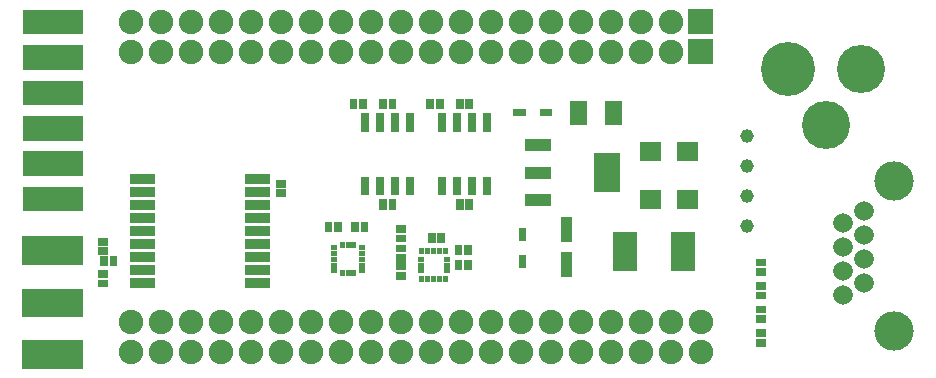
<source format=gbr>
G04 start of page 6 for group -4063 idx -4063 *
G04 Title: (unknown), componentmask *
G04 Creator: pcb 20140316 *
G04 CreationDate: ven. 06 févr. 2015 16:23:15 GMT UTC *
G04 For: clement *
G04 Format: Gerber/RS-274X *
G04 PCB-Dimensions (mil): 3287.40 1358.27 *
G04 PCB-Coordinate-Origin: lower left *
%MOIN*%
%FSLAX25Y25*%
%LNTOPMASK*%
%ADD101R,0.0628X0.0628*%
%ADD100R,0.0802X0.0802*%
%ADD99R,0.0404X0.0404*%
%ADD98R,0.0876X0.0876*%
%ADD97R,0.0227X0.0227*%
%ADD96R,0.0572X0.0572*%
%ADD95R,0.0932X0.0932*%
%ADD94R,0.0817X0.0817*%
%ADD93R,0.0981X0.0981*%
%ADD92R,0.0187X0.0187*%
%ADD91R,0.0345X0.0345*%
%ADD90R,0.0266X0.0266*%
%ADD89R,0.0257X0.0257*%
%ADD88R,0.0168X0.0168*%
%ADD87C,0.1310*%
%ADD86C,0.0656*%
%ADD85C,0.0001*%
%ADD84C,0.0463*%
%ADD83C,0.1605*%
%ADD82C,0.1802*%
%ADD81C,0.0817*%
G54D81*X211575Y112205D03*
X201575D03*
X191575D03*
X181575D03*
X171575D03*
X161575D03*
X151575D03*
X141575D03*
X131575D03*
X121575D03*
X111575D03*
X101575D03*
X91575D03*
X81575D03*
X71575D03*
X61575D03*
X51575D03*
X231575Y122205D03*
X221575D03*
X211575D03*
X201575D03*
X191575D03*
X181575D03*
X171575D03*
X161575D03*
X151575D03*
X141575D03*
X131575D03*
X121575D03*
X111575D03*
X101575D03*
X91575D03*
X81575D03*
X71575D03*
X61575D03*
X51575D03*
G54D82*X270669Y106299D03*
G54D83*X283268Y87795D03*
X295079Y106299D03*
G54D84*X256890Y83898D03*
G54D85*G36*
X237488Y116292D02*Y108118D01*
X245662D01*
Y116292D01*
X237488D01*
G37*
G54D81*X231575Y112205D03*
X221575D03*
G54D85*G36*
X237488Y126292D02*Y118118D01*
X245662D01*
Y126292D01*
X237488D01*
G37*
G54D86*X296102Y59094D03*
X289094Y55079D03*
X296102Y51063D03*
X289094Y47047D03*
G54D87*X306102Y69094D03*
G54D86*X296102Y43031D03*
G54D84*X256890Y53898D03*
Y63898D03*
Y73898D03*
G54D86*X289094Y39016D03*
X296102Y35000D03*
G54D87*X306102Y19094D03*
G54D86*X289094Y30984D03*
G54D81*X51575Y22205D03*
X61575D03*
X51575Y12205D03*
X61575D03*
X101575Y22205D03*
X111575D03*
X121575D03*
X131575D03*
X141575D03*
X151575D03*
X161575D03*
X171575D03*
X181575D03*
X191575D03*
X201575D03*
X211575D03*
X221575D03*
X231575D03*
X241575D03*
X71575D03*
X81575D03*
X91575D03*
X71575Y12205D03*
X81575D03*
X91575D03*
X101575D03*
X111575D03*
X121575D03*
X131575D03*
X141575D03*
X151575D03*
X161575D03*
X171575D03*
X181575D03*
X191575D03*
X201575D03*
X211575D03*
X221575D03*
X231575D03*
X241575D03*
G54D88*X119193Y39075D02*X119587D01*
X128445D02*X128839D01*
X128445Y41043D02*X128839D01*
X119193Y46949D02*X119587D01*
X119193Y44980D02*X119587D01*
X119193Y43012D02*X119587D01*
X119193Y41043D02*X119587D01*
G54D89*X120668Y54232D02*Y53446D01*
G54D88*X128445Y44980D02*X128839D01*
G54D89*X129527Y54232D02*Y53446D01*
X126379Y54232D02*Y53446D01*
G54D88*X128445Y46949D02*X128839D01*
X125984Y47835D02*Y47441D01*
X124016Y47835D02*Y47441D01*
X122047Y47835D02*Y47441D01*
G54D89*X160828Y46358D02*Y45572D01*
G54D88*X156496Y45866D02*Y45472D01*
G54D89*X163976Y46358D02*Y45572D01*
X160828Y41436D02*Y40650D01*
X163976Y41436D02*Y40650D01*
G54D88*X156693Y39075D02*X157087D01*
X156693Y41043D02*X157087D01*
X156693Y43012D02*X157087D01*
X148622Y36614D02*Y36220D01*
X150591Y36614D02*Y36220D01*
X152559Y36614D02*Y36220D01*
X154528Y36614D02*Y36220D01*
X156496Y36614D02*Y36220D01*
X148031Y43012D02*X148425D01*
X148031Y41043D02*X148425D01*
X148031Y39075D02*X148425D01*
X154528Y45866D02*Y45472D01*
X152559Y45866D02*Y45472D01*
X150591Y45866D02*Y45472D01*
X148622Y45866D02*Y45472D01*
G54D89*X151969Y50295D02*Y49509D01*
X155117Y50295D02*Y49509D01*
X141339Y49902D02*X142125D01*
X141339Y53050D02*X142125D01*
X141339Y43406D02*X142125D01*
X141339Y46554D02*X142125D01*
X141339Y40649D02*X142125D01*
X141339Y37501D02*X142125D01*
X161280Y95078D02*Y94292D01*
G54D90*X170354Y90354D02*Y86811D01*
X165354Y90354D02*Y86811D01*
G54D89*X164428Y95078D02*Y94292D01*
G54D90*X155354Y69094D02*Y65551D01*
X160354Y69094D02*Y65551D01*
X165354Y69094D02*Y65551D01*
X170354Y69094D02*Y65551D01*
G54D89*X161280Y61613D02*Y60827D01*
X164428Y61613D02*Y60827D01*
G54D90*X160354Y90354D02*Y86811D01*
X155354Y90354D02*Y86811D01*
G54D89*X154586Y95078D02*Y94292D01*
X151438Y95078D02*Y94292D01*
G54D90*X144764Y69094D02*Y65551D01*
Y90354D02*Y86811D01*
G54D88*X128445Y43012D02*X128839D01*
G54D90*X129764Y69094D02*Y65551D01*
G54D89*X135690Y95078D02*Y94292D01*
X138838Y95078D02*Y94292D01*
X128995Y95078D02*Y94292D01*
X125847Y95078D02*Y94292D01*
X138838Y61613D02*Y60827D01*
X135690Y61613D02*Y60827D01*
G54D90*X134764Y69094D02*Y65551D01*
X139764Y69094D02*Y65551D01*
Y90354D02*Y86811D01*
X134764Y90354D02*Y86811D01*
X129764Y90354D02*Y86811D01*
G54D88*X122047Y38583D02*Y38189D01*
X124016Y38583D02*Y38189D01*
X125984Y38583D02*Y38189D01*
G54D89*X117520Y54232D02*Y53446D01*
G54D91*X91417Y35000D02*X96142D01*
X91417Y39331D02*X96142D01*
X91417Y43661D02*X96142D01*
G54D92*X91417Y35000D02*X96142D01*
X91417Y39331D02*X96142D01*
X91417Y43661D02*X96142D01*
G54D91*X91417Y47992D02*X96142D01*
G54D92*X91417D02*X96142D01*
G54D91*X91417Y52323D02*X96142D01*
G54D92*X91417D02*X96142D01*
G54D93*X20344Y45797D02*X30837D01*
X20344D02*X30837D01*
G54D94*X19685Y62992D02*X31496D01*
G54D95*X20098Y28543D02*X31083D01*
G54D93*X20344Y11289D02*X30837D01*
X20344D02*X30837D01*
G54D94*X19685Y74803D02*X31496D01*
X19685Y86614D02*X31496D01*
X19685Y98425D02*X31496D01*
X19685Y110236D02*X31496D01*
X19685Y122047D02*X31496D01*
G54D89*X41930Y45670D02*X42716D01*
X41930Y48818D02*X42716D01*
X42717Y42716D02*Y41930D01*
X45865Y42716D02*Y41930D01*
X41930Y34843D02*X42716D01*
X41930Y37991D02*X42716D01*
G54D91*X53228Y69646D02*X57953D01*
G54D92*X53228D02*X57953D01*
G54D91*X53228Y65315D02*X57953D01*
G54D92*X53228D02*X57953D01*
G54D91*X53228Y60984D02*X57953D01*
G54D92*X53228D02*X57953D01*
G54D91*X53228Y43661D02*X57953D01*
X53228Y39331D02*X57953D01*
X53228Y35000D02*X57953D01*
G54D92*X53228Y43661D02*X57953D01*
X53228Y39331D02*X57953D01*
X53228Y35000D02*X57953D01*
G54D91*X53228Y56654D02*X57953D01*
X53228Y52323D02*X57953D01*
X53228Y47992D02*X57953D01*
G54D92*X53228Y56654D02*X57953D01*
X53228Y52323D02*X57953D01*
X53228Y47992D02*X57953D01*
G54D91*X91417Y56654D02*X96142D01*
X91417Y60984D02*X96142D01*
G54D92*X91417Y56654D02*X96142D01*
X91417Y60984D02*X96142D01*
G54D91*X91417Y65315D02*X96142D01*
X91417Y69646D02*X96142D01*
G54D92*X91417Y65315D02*X96142D01*
X91417Y69646D02*X96142D01*
G54D89*X101182Y64961D02*X101968D01*
X101182Y68109D02*X101968D01*
G54D96*X200788Y92953D02*Y90591D01*
X212598Y92953D02*Y90591D01*
G54D97*X188976Y91772D02*X190945D01*
X180118D02*X182087D01*
G54D98*X210236Y74016D02*Y69685D01*
G54D99*X185039Y80906D02*X189764D01*
X185039Y71850D02*X189764D01*
G54D97*X182087Y52165D02*Y50197D01*
Y43307D02*Y41339D01*
G54D100*X235630Y47874D02*Y43150D01*
X216339Y47874D02*Y43150D01*
G54D91*X196850Y43504D02*Y38780D01*
Y55315D02*Y50591D01*
G54D101*X236890Y62992D02*X237520D01*
G54D99*X185039Y62795D02*X189764D01*
G54D101*X224488Y62992D02*X225118D01*
X236890Y78976D02*X237520D01*
X224488D02*X225118D01*
G54D89*X261418Y38780D02*X262204D01*
X261418Y41928D02*X262204D01*
X261418Y34054D02*X262204D01*
X261418Y30906D02*X262204D01*
X261418Y23032D02*X262204D01*
X261418Y26180D02*X262204D01*
X261418Y18306D02*X262204D01*
X261418Y15158D02*X262204D01*
M02*

</source>
